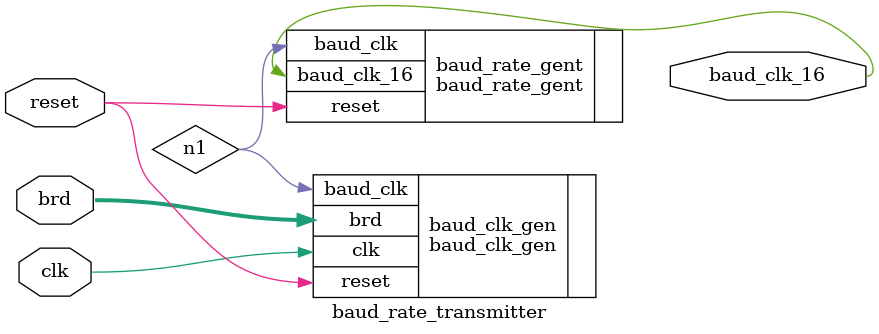
<source format=sv>
module baud_rate_transmitter(
    input  logic clk,
    input  logic reset,
    input  logic [15:0]brd,
    output logic baud_clk_16
);

logic n1;

baud_clk_gen          baud_clk_gen          (.clk         (clk),
                                             .reset       (reset),
                                             .baud_clk    (n1),
                                             .brd         (brd)
                                            );

baud_rate_gent        baud_rate_gent        (.baud_clk    (n1),
                                             .reset       (reset),
                                             .baud_clk_16 (baud_clk_16)
                                            );

endmodule
</source>
